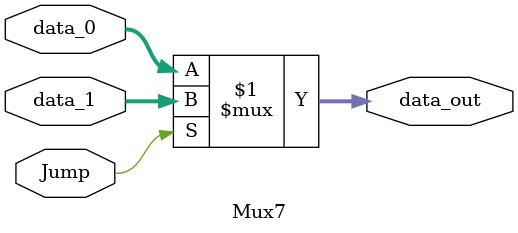
<source format=v>
module Mux7(data_out, data_0, data_1, Jump);

input 	[31:0] data_0;
input 	[31:0] data_1;
input	Jump;

output	[31:0] data_out;

assign  	data_out = (Jump)?	data_1 : data_0;

endmodule






</source>
